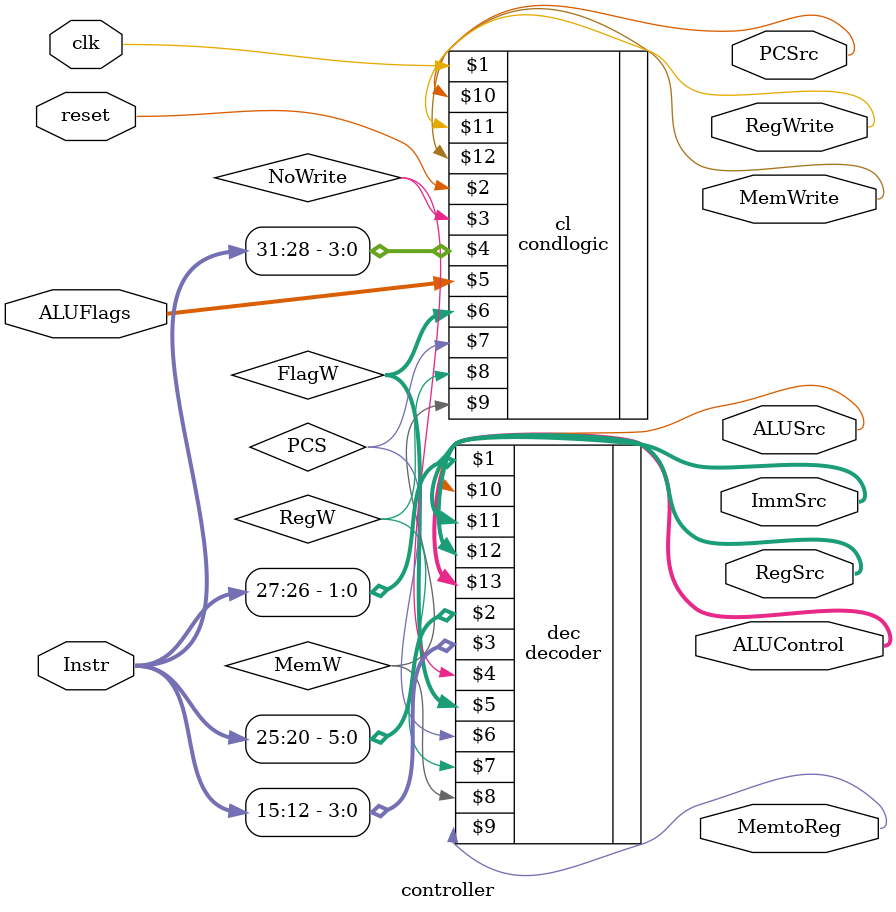
<source format=sv>
/*
 * This module is the Control Unit of ARM single-cycle processor
 */ 
module controller(input logic clk, reset,
						input logic [31:12] Instr,
						input logic [3:0] ALUFlags,
						output logic [1:0] RegSrc,
						output logic RegWrite,
						output logic [1:0] ImmSrc,
						output logic ALUSrc,
						output logic [2:0] ALUControl,		//Se agrega el otro caso
						output logic MemWrite, MemtoReg,
						output logic PCSrc);
	logic [1:0] FlagW;
	logic PCS, RegW, MemW;
	logic NoWrite;

	decoder dec(Instr[27:26], Instr[25:20], Instr[15:12],
					NoWrite, FlagW, PCS, RegW, MemW,
					MemtoReg, ALUSrc, ImmSrc, RegSrc, ALUControl);

	condlogic cl(clk, reset, NoWrite, Instr[31:28], ALUFlags,
					FlagW, PCS, RegW, MemW,
					PCSrc, RegWrite, MemWrite);

endmodule

</source>
